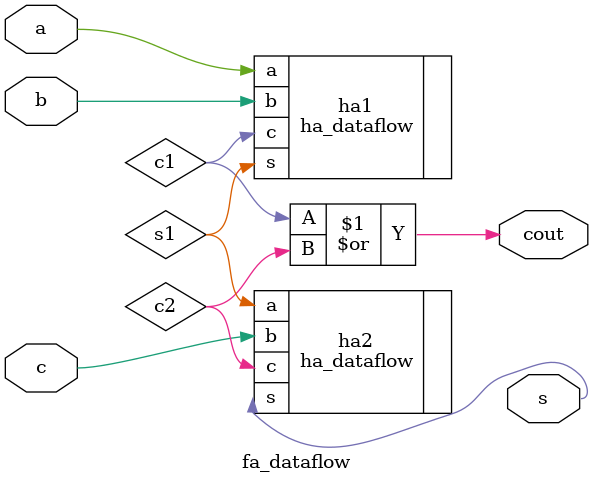
<source format=v>
module fa_dataflow (s, cout, a, b, c);

output s, cout;
input a, b, c;

wire s1, c1, c2;

ha_dataflow ha1 (.s(s1), .c(c1), .a(a), .b(b));
ha_dataflow ha2 (.s(s), .c(c2), .a(s1), .b(c));

assign cout = c1 | c2;

endmodule
</source>
